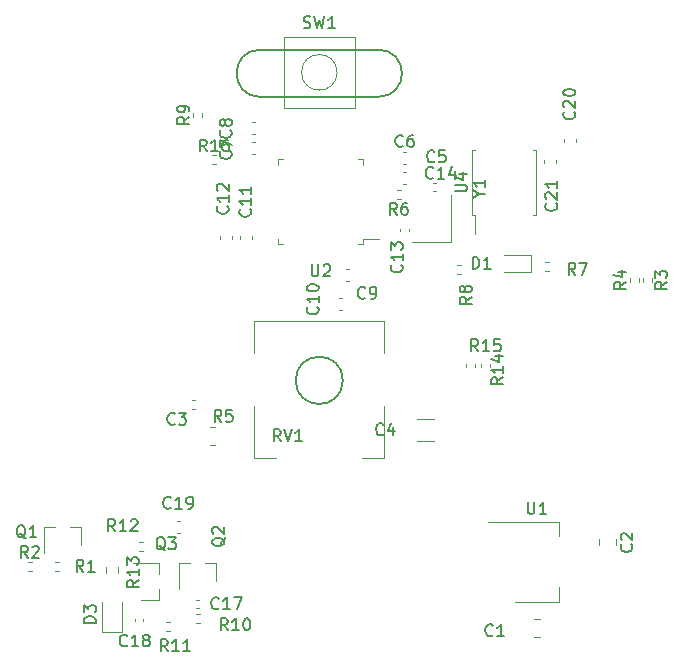
<source format=gbr>
%TF.GenerationSoftware,KiCad,Pcbnew,(5.1.9)-1*%
%TF.CreationDate,2024-04-03T16:53:24+03:00*%
%TF.ProjectId,jantteri_left,6a616e74-7465-4726-995f-6c6566742e6b,rev?*%
%TF.SameCoordinates,Original*%
%TF.FileFunction,Legend,Top*%
%TF.FilePolarity,Positive*%
%FSLAX46Y46*%
G04 Gerber Fmt 4.6, Leading zero omitted, Abs format (unit mm)*
G04 Created by KiCad (PCBNEW (5.1.9)-1) date 2024-04-03 16:53:24*
%MOMM*%
%LPD*%
G01*
G04 APERTURE LIST*
%ADD10C,0.200000*%
%ADD11C,0.120000*%
%ADD12C,0.150000*%
G04 APERTURE END LIST*
D10*
X162530999Y-68526393D02*
G75*
G03*
X162530999Y-68526393I-2000000J0D01*
G01*
X155531000Y-44526393D02*
X165530999Y-44526393D01*
X155531000Y-44526393D02*
G75*
G02*
X155531000Y-40526393I0J2000000D01*
G01*
X165530999Y-40526393D02*
X155531000Y-40526393D01*
X165530999Y-40526393D02*
G75*
G02*
X165530999Y-44526393I0J-2000000D01*
G01*
D11*
%TO.C,SW1*%
X157533999Y-39447386D02*
X157533999Y-45447386D01*
X157533999Y-45447386D02*
X163533999Y-45447386D01*
X163533999Y-45447386D02*
X163533999Y-39447386D01*
X163533999Y-39447386D02*
X157533999Y-39447386D01*
X162038999Y-42447386D02*
G75*
G03*
X162038999Y-42447386I-1505000J0D01*
G01*
%TO.C,U2*%
X164267999Y-56573393D02*
X165557999Y-56573393D01*
X164267999Y-57023393D02*
X164267999Y-56573393D01*
X163817999Y-57023393D02*
X164267999Y-57023393D01*
X157047999Y-57023393D02*
X157047999Y-56573393D01*
X157497999Y-57023393D02*
X157047999Y-57023393D01*
X164267999Y-49803393D02*
X164267999Y-50253393D01*
X163817999Y-49803393D02*
X164267999Y-49803393D01*
X157047999Y-49803393D02*
X157047999Y-50253393D01*
X157497999Y-49803393D02*
X157047999Y-49803393D01*
%TO.C,C4*%
X170259251Y-71807393D02*
X168836747Y-71807393D01*
X170259251Y-73627393D02*
X168836747Y-73627393D01*
%TO.C,C5*%
X167629419Y-51891393D02*
X167910579Y-51891393D01*
X167629419Y-50871393D02*
X167910579Y-50871393D01*
%TO.C,C6*%
X167629419Y-50240393D02*
X167910579Y-50240393D01*
X167629419Y-49220393D02*
X167910579Y-49220393D01*
%TO.C,C7*%
X155083579Y-49351393D02*
X154802419Y-49351393D01*
X155083579Y-48331393D02*
X154802419Y-48331393D01*
%TO.C,C8*%
X155083579Y-46680393D02*
X154802419Y-46680393D01*
X155083579Y-47700393D02*
X154802419Y-47700393D01*
%TO.C,C9*%
X163084579Y-60146393D02*
X162803419Y-60146393D01*
X163084579Y-59126393D02*
X162803419Y-59126393D01*
%TO.C,C10*%
X162449579Y-61539393D02*
X162168419Y-61539393D01*
X162449579Y-62559393D02*
X162168419Y-62559393D01*
%TO.C,C11*%
X153797999Y-56588973D02*
X153797999Y-56307813D01*
X154817999Y-56588973D02*
X154817999Y-56307813D01*
%TO.C,C12*%
X152146999Y-56588973D02*
X152146999Y-56307813D01*
X153166999Y-56588973D02*
X153166999Y-56307813D01*
%TO.C,C13*%
X167409999Y-55690557D02*
X167409999Y-55906229D01*
X168129999Y-55690557D02*
X168129999Y-55906229D01*
%TO.C,C14*%
X170202163Y-52503393D02*
X170417835Y-52503393D01*
X170202163Y-51783393D02*
X170417835Y-51783393D01*
%TO.C,C1*%
X178684747Y-90216393D02*
X179207251Y-90216393D01*
X178684747Y-88746393D02*
X179207251Y-88746393D01*
%TO.C,C2*%
X184179999Y-81981141D02*
X184179999Y-82503645D01*
X185649999Y-81981141D02*
X185649999Y-82503645D01*
%TO.C,D1*%
X178500499Y-57885393D02*
X176215499Y-57885393D01*
X178500499Y-59355393D02*
X178500499Y-57885393D01*
X176215499Y-59355393D02*
X178500499Y-59355393D01*
%TO.C,R6*%
X167108358Y-52398393D02*
X167415640Y-52398393D01*
X167108358Y-53158393D02*
X167415640Y-53158393D01*
%TO.C,R7*%
X179988640Y-59254393D02*
X179681358Y-59254393D01*
X179988640Y-58494393D02*
X179681358Y-58494393D01*
%TO.C,R8*%
X172186358Y-58748393D02*
X172493640Y-58748393D01*
X172186358Y-59508393D02*
X172493640Y-59508393D01*
%TO.C,R9*%
X150623999Y-46199034D02*
X150623999Y-45891752D01*
X149863999Y-46199034D02*
X149863999Y-45891752D01*
%TO.C,R5*%
X151286935Y-73960393D02*
X151741063Y-73960393D01*
X151286935Y-72490393D02*
X151741063Y-72490393D01*
%TO.C,U1*%
X174845999Y-80483393D02*
X180855999Y-80483393D01*
X177095999Y-87303393D02*
X180855999Y-87303393D01*
X180855999Y-80483393D02*
X180855999Y-81743393D01*
X180855999Y-87303393D02*
X180855999Y-86043393D01*
%TO.C,Y1*%
X171705999Y-56810393D02*
X171705999Y-52810393D01*
X168405999Y-56810393D02*
X171705999Y-56810393D01*
%TO.C,C3*%
X149970835Y-70918393D02*
X149755163Y-70918393D01*
X149970835Y-70198393D02*
X149755163Y-70198393D01*
%TO.C,C17*%
X150351835Y-87089393D02*
X150136163Y-87089393D01*
X150351835Y-87809393D02*
X150136163Y-87809393D01*
%TO.C,C18*%
X144930999Y-88926229D02*
X144930999Y-88710557D01*
X145650999Y-88926229D02*
X145650999Y-88710557D01*
%TO.C,C19*%
X148733579Y-81482393D02*
X148452419Y-81482393D01*
X148733579Y-80462393D02*
X148452419Y-80462393D01*
%TO.C,D3*%
X142154999Y-89838393D02*
X143854999Y-89838393D01*
X143854999Y-89838393D02*
X143854999Y-87288393D01*
X142154999Y-89838393D02*
X142154999Y-87288393D01*
%TO.C,Q1*%
X140393999Y-80974393D02*
X139463999Y-80974393D01*
X137233999Y-80974393D02*
X138163999Y-80974393D01*
X137233999Y-80974393D02*
X137233999Y-83134393D01*
X140393999Y-80974393D02*
X140393999Y-82434393D01*
%TO.C,Q2*%
X151823999Y-84022393D02*
X150893999Y-84022393D01*
X148663999Y-84022393D02*
X149593999Y-84022393D01*
X148663999Y-84022393D02*
X148663999Y-86182393D01*
X151823999Y-84022393D02*
X151823999Y-85482393D01*
%TO.C,Q3*%
X146939999Y-87124393D02*
X145479999Y-87124393D01*
X146939999Y-83964393D02*
X144779999Y-83964393D01*
X146939999Y-83964393D02*
X146939999Y-84894393D01*
X146939999Y-87124393D02*
X146939999Y-86194393D01*
%TO.C,R1*%
X138152358Y-83894393D02*
X138459640Y-83894393D01*
X138152358Y-84654393D02*
X138459640Y-84654393D01*
%TO.C,R2*%
X135866358Y-84654393D02*
X136173640Y-84654393D01*
X135866358Y-83894393D02*
X136173640Y-83894393D01*
%TO.C,R3*%
X188723999Y-59863752D02*
X188723999Y-60171034D01*
X187963999Y-59863752D02*
X187963999Y-60171034D01*
%TO.C,R4*%
X187580999Y-60171034D02*
X187580999Y-59863752D01*
X186820999Y-60171034D02*
X186820999Y-59863752D01*
%TO.C,R10*%
X150090358Y-89099393D02*
X150397640Y-89099393D01*
X150090358Y-88339393D02*
X150397640Y-88339393D01*
%TO.C,R11*%
X147550358Y-88974393D02*
X147857640Y-88974393D01*
X147550358Y-89734393D02*
X147857640Y-89734393D01*
%TO.C,R12*%
X145264358Y-82243393D02*
X145571640Y-82243393D01*
X145264358Y-83003393D02*
X145571640Y-83003393D01*
%TO.C,R13*%
X142482499Y-84829651D02*
X142482499Y-84355135D01*
X143527499Y-84829651D02*
X143527499Y-84355135D01*
%TO.C,RV1*%
X165986399Y-75063193D02*
X164166399Y-75063193D01*
X155046399Y-63473193D02*
X155046399Y-66193193D01*
X165986399Y-63473193D02*
X155046399Y-63473193D01*
X156866399Y-75063193D02*
X155046399Y-75063193D01*
X155046399Y-70693193D02*
X155046399Y-75063193D01*
X165986399Y-70693193D02*
X165986399Y-75063193D01*
X165986399Y-63473193D02*
X165986399Y-66193193D01*
%TO.C,C20*%
X182249999Y-48333973D02*
X182249999Y-48052813D01*
X181229999Y-48333973D02*
X181229999Y-48052813D01*
%TO.C,C21*%
X180598999Y-49843813D02*
X180598999Y-50124973D01*
X179578999Y-49843813D02*
X179578999Y-50124973D01*
%TO.C,U4*%
X178876999Y-51762393D02*
X178876999Y-49037393D01*
X178876999Y-49037393D02*
X178616999Y-49037393D01*
X178876999Y-51762393D02*
X178876999Y-54487393D01*
X178876999Y-54487393D02*
X178616999Y-54487393D01*
X173426999Y-51762393D02*
X173426999Y-49037393D01*
X173426999Y-49037393D02*
X173686999Y-49037393D01*
X173426999Y-51762393D02*
X173426999Y-54487393D01*
X173426999Y-54487393D02*
X173686999Y-54487393D01*
X173686999Y-54487393D02*
X173686999Y-56162393D01*
%TO.C,R14*%
X173737999Y-67408034D02*
X173737999Y-67100752D01*
X172977999Y-67408034D02*
X172977999Y-67100752D01*
%TO.C,R15*%
X175007999Y-67408034D02*
X175007999Y-67100752D01*
X174247999Y-67408034D02*
X174247999Y-67100752D01*
%TO.C,R16*%
X151487358Y-49477393D02*
X151794640Y-49477393D01*
X151487358Y-50237393D02*
X151794640Y-50237393D01*
%TO.C,SW1*%
D12*
X159200665Y-38652147D02*
X159343522Y-38699766D01*
X159581618Y-38699766D01*
X159676856Y-38652147D01*
X159724475Y-38604528D01*
X159772094Y-38509290D01*
X159772094Y-38414052D01*
X159724475Y-38318814D01*
X159676856Y-38271195D01*
X159581618Y-38223576D01*
X159391141Y-38175957D01*
X159295903Y-38128338D01*
X159248284Y-38080719D01*
X159200665Y-37985481D01*
X159200665Y-37890243D01*
X159248284Y-37795005D01*
X159295903Y-37747386D01*
X159391141Y-37699766D01*
X159629237Y-37699766D01*
X159772094Y-37747386D01*
X160105427Y-37699766D02*
X160343522Y-38699766D01*
X160533999Y-37985481D01*
X160724475Y-38699766D01*
X160962570Y-37699766D01*
X161867332Y-38699766D02*
X161295903Y-38699766D01*
X161581618Y-38699766D02*
X161581618Y-37699766D01*
X161486379Y-37842624D01*
X161391141Y-37937862D01*
X161295903Y-37985481D01*
%TO.C,U2*%
X159896094Y-58715773D02*
X159896094Y-59525297D01*
X159943713Y-59620535D01*
X159991332Y-59668154D01*
X160086570Y-59715773D01*
X160277046Y-59715773D01*
X160372284Y-59668154D01*
X160419903Y-59620535D01*
X160467522Y-59525297D01*
X160467522Y-58715773D01*
X160896094Y-58811012D02*
X160943713Y-58763393D01*
X161038951Y-58715773D01*
X161277046Y-58715773D01*
X161372284Y-58763393D01*
X161419903Y-58811012D01*
X161467522Y-58906250D01*
X161467522Y-59001488D01*
X161419903Y-59144345D01*
X160848475Y-59715773D01*
X161467522Y-59715773D01*
%TO.C,C4*%
X165952332Y-73074535D02*
X165904713Y-73122154D01*
X165761856Y-73169773D01*
X165666618Y-73169773D01*
X165523760Y-73122154D01*
X165428522Y-73026916D01*
X165380903Y-72931678D01*
X165333284Y-72741202D01*
X165333284Y-72598345D01*
X165380903Y-72407869D01*
X165428522Y-72312631D01*
X165523760Y-72217393D01*
X165666618Y-72169773D01*
X165761856Y-72169773D01*
X165904713Y-72217393D01*
X165952332Y-72265012D01*
X166809475Y-72503107D02*
X166809475Y-73169773D01*
X166571379Y-72122154D02*
X166333284Y-72836440D01*
X166952332Y-72836440D01*
%TO.C,C5*%
X170270332Y-49960535D02*
X170222713Y-50008154D01*
X170079856Y-50055773D01*
X169984618Y-50055773D01*
X169841760Y-50008154D01*
X169746522Y-49912916D01*
X169698903Y-49817678D01*
X169651284Y-49627202D01*
X169651284Y-49484345D01*
X169698903Y-49293869D01*
X169746522Y-49198631D01*
X169841760Y-49103393D01*
X169984618Y-49055773D01*
X170079856Y-49055773D01*
X170222713Y-49103393D01*
X170270332Y-49151012D01*
X171175094Y-49055773D02*
X170698903Y-49055773D01*
X170651284Y-49531964D01*
X170698903Y-49484345D01*
X170794141Y-49436726D01*
X171032237Y-49436726D01*
X171127475Y-49484345D01*
X171175094Y-49531964D01*
X171222713Y-49627202D01*
X171222713Y-49865297D01*
X171175094Y-49960535D01*
X171127475Y-50008154D01*
X171032237Y-50055773D01*
X170794141Y-50055773D01*
X170698903Y-50008154D01*
X170651284Y-49960535D01*
%TO.C,C6*%
X167603332Y-48657535D02*
X167555713Y-48705154D01*
X167412856Y-48752773D01*
X167317618Y-48752773D01*
X167174760Y-48705154D01*
X167079522Y-48609916D01*
X167031903Y-48514678D01*
X166984284Y-48324202D01*
X166984284Y-48181345D01*
X167031903Y-47990869D01*
X167079522Y-47895631D01*
X167174760Y-47800393D01*
X167317618Y-47752773D01*
X167412856Y-47752773D01*
X167555713Y-47800393D01*
X167603332Y-47848012D01*
X168460475Y-47752773D02*
X168269999Y-47752773D01*
X168174760Y-47800393D01*
X168127141Y-47848012D01*
X168031903Y-47990869D01*
X167984284Y-48181345D01*
X167984284Y-48562297D01*
X168031903Y-48657535D01*
X168079522Y-48705154D01*
X168174760Y-48752773D01*
X168365237Y-48752773D01*
X168460475Y-48705154D01*
X168508094Y-48657535D01*
X168555713Y-48562297D01*
X168555713Y-48324202D01*
X168508094Y-48228964D01*
X168460475Y-48181345D01*
X168365237Y-48133726D01*
X168174760Y-48133726D01*
X168079522Y-48181345D01*
X168031903Y-48228964D01*
X167984284Y-48324202D01*
%TO.C,C7*%
X153014141Y-49135059D02*
X153061760Y-49182678D01*
X153109379Y-49325535D01*
X153109379Y-49420773D01*
X153061760Y-49563631D01*
X152966522Y-49658869D01*
X152871284Y-49706488D01*
X152680808Y-49754107D01*
X152537951Y-49754107D01*
X152347475Y-49706488D01*
X152252237Y-49658869D01*
X152156999Y-49563631D01*
X152109379Y-49420773D01*
X152109379Y-49325535D01*
X152156999Y-49182678D01*
X152204618Y-49135059D01*
X152109379Y-48801726D02*
X152109379Y-48135059D01*
X153109379Y-48563631D01*
%TO.C,C8*%
X153014141Y-47357059D02*
X153061760Y-47404678D01*
X153109379Y-47547535D01*
X153109379Y-47642773D01*
X153061760Y-47785631D01*
X152966522Y-47880869D01*
X152871284Y-47928488D01*
X152680808Y-47976107D01*
X152537951Y-47976107D01*
X152347475Y-47928488D01*
X152252237Y-47880869D01*
X152156999Y-47785631D01*
X152109379Y-47642773D01*
X152109379Y-47547535D01*
X152156999Y-47404678D01*
X152204618Y-47357059D01*
X152537951Y-46785631D02*
X152490332Y-46880869D01*
X152442713Y-46928488D01*
X152347475Y-46976107D01*
X152299856Y-46976107D01*
X152204618Y-46928488D01*
X152156999Y-46880869D01*
X152109379Y-46785631D01*
X152109379Y-46595154D01*
X152156999Y-46499916D01*
X152204618Y-46452297D01*
X152299856Y-46404678D01*
X152347475Y-46404678D01*
X152442713Y-46452297D01*
X152490332Y-46499916D01*
X152537951Y-46595154D01*
X152537951Y-46785631D01*
X152585570Y-46880869D01*
X152633189Y-46928488D01*
X152728427Y-46976107D01*
X152918903Y-46976107D01*
X153014141Y-46928488D01*
X153061760Y-46880869D01*
X153109379Y-46785631D01*
X153109379Y-46595154D01*
X153061760Y-46499916D01*
X153014141Y-46452297D01*
X152918903Y-46404678D01*
X152728427Y-46404678D01*
X152633189Y-46452297D01*
X152585570Y-46499916D01*
X152537951Y-46595154D01*
%TO.C,C9*%
X164415332Y-61517535D02*
X164367713Y-61565154D01*
X164224856Y-61612773D01*
X164129618Y-61612773D01*
X163986760Y-61565154D01*
X163891522Y-61469916D01*
X163843903Y-61374678D01*
X163796284Y-61184202D01*
X163796284Y-61041345D01*
X163843903Y-60850869D01*
X163891522Y-60755631D01*
X163986760Y-60660393D01*
X164129618Y-60612773D01*
X164224856Y-60612773D01*
X164367713Y-60660393D01*
X164415332Y-60708012D01*
X164891522Y-61612773D02*
X165081999Y-61612773D01*
X165177237Y-61565154D01*
X165224856Y-61517535D01*
X165320094Y-61374678D01*
X165367713Y-61184202D01*
X165367713Y-60803250D01*
X165320094Y-60708012D01*
X165272475Y-60660393D01*
X165177237Y-60612773D01*
X164986760Y-60612773D01*
X164891522Y-60660393D01*
X164843903Y-60708012D01*
X164796284Y-60803250D01*
X164796284Y-61041345D01*
X164843903Y-61136583D01*
X164891522Y-61184202D01*
X164986760Y-61231821D01*
X165177237Y-61231821D01*
X165272475Y-61184202D01*
X165320094Y-61136583D01*
X165367713Y-61041345D01*
%TO.C,C10*%
X160380141Y-62311250D02*
X160427760Y-62358869D01*
X160475379Y-62501726D01*
X160475379Y-62596964D01*
X160427760Y-62739821D01*
X160332522Y-62835059D01*
X160237284Y-62882678D01*
X160046808Y-62930297D01*
X159903951Y-62930297D01*
X159713475Y-62882678D01*
X159618237Y-62835059D01*
X159522999Y-62739821D01*
X159475379Y-62596964D01*
X159475379Y-62501726D01*
X159522999Y-62358869D01*
X159570618Y-62311250D01*
X160475379Y-61358869D02*
X160475379Y-61930297D01*
X160475379Y-61644583D02*
X159475379Y-61644583D01*
X159618237Y-61739821D01*
X159713475Y-61835059D01*
X159761094Y-61930297D01*
X159475379Y-60739821D02*
X159475379Y-60644583D01*
X159522999Y-60549345D01*
X159570618Y-60501726D01*
X159665856Y-60454107D01*
X159856332Y-60406488D01*
X160094427Y-60406488D01*
X160284903Y-60454107D01*
X160380141Y-60501726D01*
X160427760Y-60549345D01*
X160475379Y-60644583D01*
X160475379Y-60739821D01*
X160427760Y-60835059D01*
X160380141Y-60882678D01*
X160284903Y-60930297D01*
X160094427Y-60977916D01*
X159856332Y-60977916D01*
X159665856Y-60930297D01*
X159570618Y-60882678D01*
X159522999Y-60835059D01*
X159475379Y-60739821D01*
%TO.C,C11*%
X154665141Y-54043250D02*
X154712760Y-54090869D01*
X154760379Y-54233726D01*
X154760379Y-54328964D01*
X154712760Y-54471821D01*
X154617522Y-54567059D01*
X154522284Y-54614678D01*
X154331808Y-54662297D01*
X154188951Y-54662297D01*
X153998475Y-54614678D01*
X153903237Y-54567059D01*
X153807999Y-54471821D01*
X153760379Y-54328964D01*
X153760379Y-54233726D01*
X153807999Y-54090869D01*
X153855618Y-54043250D01*
X154760379Y-53090869D02*
X154760379Y-53662297D01*
X154760379Y-53376583D02*
X153760379Y-53376583D01*
X153903237Y-53471821D01*
X153998475Y-53567059D01*
X154046094Y-53662297D01*
X154760379Y-52138488D02*
X154760379Y-52709916D01*
X154760379Y-52424202D02*
X153760379Y-52424202D01*
X153903237Y-52519440D01*
X153998475Y-52614678D01*
X154046094Y-52709916D01*
%TO.C,C12*%
X152760141Y-53789250D02*
X152807760Y-53836869D01*
X152855379Y-53979726D01*
X152855379Y-54074964D01*
X152807760Y-54217821D01*
X152712522Y-54313059D01*
X152617284Y-54360678D01*
X152426808Y-54408297D01*
X152283951Y-54408297D01*
X152093475Y-54360678D01*
X151998237Y-54313059D01*
X151902999Y-54217821D01*
X151855379Y-54074964D01*
X151855379Y-53979726D01*
X151902999Y-53836869D01*
X151950618Y-53789250D01*
X152855379Y-52836869D02*
X152855379Y-53408297D01*
X152855379Y-53122583D02*
X151855379Y-53122583D01*
X151998237Y-53217821D01*
X152093475Y-53313059D01*
X152141094Y-53408297D01*
X151950618Y-52455916D02*
X151902999Y-52408297D01*
X151855379Y-52313059D01*
X151855379Y-52074964D01*
X151902999Y-51979726D01*
X151950618Y-51932107D01*
X152045856Y-51884488D01*
X152141094Y-51884488D01*
X152283951Y-51932107D01*
X152855379Y-52503535D01*
X152855379Y-51884488D01*
%TO.C,C13*%
X167492141Y-58755250D02*
X167539760Y-58802869D01*
X167587379Y-58945726D01*
X167587379Y-59040964D01*
X167539760Y-59183821D01*
X167444522Y-59279059D01*
X167349284Y-59326678D01*
X167158808Y-59374297D01*
X167015951Y-59374297D01*
X166825475Y-59326678D01*
X166730237Y-59279059D01*
X166634999Y-59183821D01*
X166587379Y-59040964D01*
X166587379Y-58945726D01*
X166634999Y-58802869D01*
X166682618Y-58755250D01*
X167587379Y-57802869D02*
X167587379Y-58374297D01*
X167587379Y-58088583D02*
X166587379Y-58088583D01*
X166730237Y-58183821D01*
X166825475Y-58279059D01*
X166873094Y-58374297D01*
X166587379Y-57469535D02*
X166587379Y-56850488D01*
X166968332Y-57183821D01*
X166968332Y-57040964D01*
X167015951Y-56945726D01*
X167063570Y-56898107D01*
X167158808Y-56850488D01*
X167396903Y-56850488D01*
X167492141Y-56898107D01*
X167539760Y-56945726D01*
X167587379Y-57040964D01*
X167587379Y-57326678D01*
X167539760Y-57421916D01*
X167492141Y-57469535D01*
%TO.C,C14*%
X170175141Y-51357535D02*
X170127522Y-51405154D01*
X169984665Y-51452773D01*
X169889427Y-51452773D01*
X169746570Y-51405154D01*
X169651332Y-51309916D01*
X169603713Y-51214678D01*
X169556094Y-51024202D01*
X169556094Y-50881345D01*
X169603713Y-50690869D01*
X169651332Y-50595631D01*
X169746570Y-50500393D01*
X169889427Y-50452773D01*
X169984665Y-50452773D01*
X170127522Y-50500393D01*
X170175141Y-50548012D01*
X171127522Y-51452773D02*
X170556094Y-51452773D01*
X170841808Y-51452773D02*
X170841808Y-50452773D01*
X170746570Y-50595631D01*
X170651332Y-50690869D01*
X170556094Y-50738488D01*
X171984665Y-50786107D02*
X171984665Y-51452773D01*
X171746570Y-50405154D02*
X171508475Y-51119440D01*
X172127522Y-51119440D01*
%TO.C,C1*%
X175223332Y-90092535D02*
X175175713Y-90140154D01*
X175032856Y-90187773D01*
X174937618Y-90187773D01*
X174794760Y-90140154D01*
X174699522Y-90044916D01*
X174651903Y-89949678D01*
X174604284Y-89759202D01*
X174604284Y-89616345D01*
X174651903Y-89425869D01*
X174699522Y-89330631D01*
X174794760Y-89235393D01*
X174937618Y-89187773D01*
X175032856Y-89187773D01*
X175175713Y-89235393D01*
X175223332Y-89283012D01*
X176175713Y-90187773D02*
X175604284Y-90187773D01*
X175889999Y-90187773D02*
X175889999Y-89187773D01*
X175794760Y-89330631D01*
X175699522Y-89425869D01*
X175604284Y-89473488D01*
%TO.C,C2*%
X186952141Y-82409059D02*
X186999760Y-82456678D01*
X187047379Y-82599535D01*
X187047379Y-82694773D01*
X186999760Y-82837631D01*
X186904522Y-82932869D01*
X186809284Y-82980488D01*
X186618808Y-83028107D01*
X186475951Y-83028107D01*
X186285475Y-82980488D01*
X186190237Y-82932869D01*
X186094999Y-82837631D01*
X186047379Y-82694773D01*
X186047379Y-82599535D01*
X186094999Y-82456678D01*
X186142618Y-82409059D01*
X186142618Y-82028107D02*
X186094999Y-81980488D01*
X186047379Y-81885250D01*
X186047379Y-81647154D01*
X186094999Y-81551916D01*
X186142618Y-81504297D01*
X186237856Y-81456678D01*
X186333094Y-81456678D01*
X186475951Y-81504297D01*
X187047379Y-82075726D01*
X187047379Y-81456678D01*
%TO.C,D1*%
X173508903Y-59072773D02*
X173508903Y-58072773D01*
X173746999Y-58072773D01*
X173889856Y-58120393D01*
X173985094Y-58215631D01*
X174032713Y-58310869D01*
X174080332Y-58501345D01*
X174080332Y-58644202D01*
X174032713Y-58834678D01*
X173985094Y-58929916D01*
X173889856Y-59025154D01*
X173746999Y-59072773D01*
X173508903Y-59072773D01*
X175032713Y-59072773D02*
X174461284Y-59072773D01*
X174746999Y-59072773D02*
X174746999Y-58072773D01*
X174651760Y-58215631D01*
X174556522Y-58310869D01*
X174461284Y-58358488D01*
%TO.C,R6*%
X167095332Y-54500773D02*
X166761999Y-54024583D01*
X166523903Y-54500773D02*
X166523903Y-53500773D01*
X166904856Y-53500773D01*
X167000094Y-53548393D01*
X167047713Y-53596012D01*
X167095332Y-53691250D01*
X167095332Y-53834107D01*
X167047713Y-53929345D01*
X167000094Y-53976964D01*
X166904856Y-54024583D01*
X166523903Y-54024583D01*
X167952475Y-53500773D02*
X167761999Y-53500773D01*
X167666760Y-53548393D01*
X167619141Y-53596012D01*
X167523903Y-53738869D01*
X167476284Y-53929345D01*
X167476284Y-54310297D01*
X167523903Y-54405535D01*
X167571522Y-54453154D01*
X167666760Y-54500773D01*
X167857237Y-54500773D01*
X167952475Y-54453154D01*
X168000094Y-54405535D01*
X168047713Y-54310297D01*
X168047713Y-54072202D01*
X168000094Y-53976964D01*
X167952475Y-53929345D01*
X167857237Y-53881726D01*
X167666760Y-53881726D01*
X167571522Y-53929345D01*
X167523903Y-53976964D01*
X167476284Y-54072202D01*
%TO.C,R7*%
X182208332Y-59580773D02*
X181874999Y-59104583D01*
X181636903Y-59580773D02*
X181636903Y-58580773D01*
X182017856Y-58580773D01*
X182113094Y-58628393D01*
X182160713Y-58676012D01*
X182208332Y-58771250D01*
X182208332Y-58914107D01*
X182160713Y-59009345D01*
X182113094Y-59056964D01*
X182017856Y-59104583D01*
X181636903Y-59104583D01*
X182541665Y-58580773D02*
X183208332Y-58580773D01*
X182779760Y-59580773D01*
%TO.C,R8*%
X173427379Y-61454059D02*
X172951189Y-61787393D01*
X173427379Y-62025488D02*
X172427379Y-62025488D01*
X172427379Y-61644535D01*
X172474999Y-61549297D01*
X172522618Y-61501678D01*
X172617856Y-61454059D01*
X172760713Y-61454059D01*
X172855951Y-61501678D01*
X172903570Y-61549297D01*
X172951189Y-61644535D01*
X172951189Y-62025488D01*
X172855951Y-60882631D02*
X172808332Y-60977869D01*
X172760713Y-61025488D01*
X172665475Y-61073107D01*
X172617856Y-61073107D01*
X172522618Y-61025488D01*
X172474999Y-60977869D01*
X172427379Y-60882631D01*
X172427379Y-60692154D01*
X172474999Y-60596916D01*
X172522618Y-60549297D01*
X172617856Y-60501678D01*
X172665475Y-60501678D01*
X172760713Y-60549297D01*
X172808332Y-60596916D01*
X172855951Y-60692154D01*
X172855951Y-60882631D01*
X172903570Y-60977869D01*
X172951189Y-61025488D01*
X173046427Y-61073107D01*
X173236903Y-61073107D01*
X173332141Y-61025488D01*
X173379760Y-60977869D01*
X173427379Y-60882631D01*
X173427379Y-60692154D01*
X173379760Y-60596916D01*
X173332141Y-60549297D01*
X173236903Y-60501678D01*
X173046427Y-60501678D01*
X172951189Y-60549297D01*
X172903570Y-60596916D01*
X172855951Y-60692154D01*
%TO.C,R9*%
X149526379Y-46212059D02*
X149050189Y-46545393D01*
X149526379Y-46783488D02*
X148526379Y-46783488D01*
X148526379Y-46402535D01*
X148573999Y-46307297D01*
X148621618Y-46259678D01*
X148716856Y-46212059D01*
X148859713Y-46212059D01*
X148954951Y-46259678D01*
X149002570Y-46307297D01*
X149050189Y-46402535D01*
X149050189Y-46783488D01*
X149526379Y-45735869D02*
X149526379Y-45545393D01*
X149478760Y-45450154D01*
X149431141Y-45402535D01*
X149288284Y-45307297D01*
X149097808Y-45259678D01*
X148716856Y-45259678D01*
X148621618Y-45307297D01*
X148573999Y-45354916D01*
X148526379Y-45450154D01*
X148526379Y-45640631D01*
X148573999Y-45735869D01*
X148621618Y-45783488D01*
X148716856Y-45831107D01*
X148954951Y-45831107D01*
X149050189Y-45783488D01*
X149097808Y-45735869D01*
X149145427Y-45640631D01*
X149145427Y-45450154D01*
X149097808Y-45354916D01*
X149050189Y-45307297D01*
X148954951Y-45259678D01*
%TO.C,R5*%
X152236332Y-72026773D02*
X151902999Y-71550583D01*
X151664903Y-72026773D02*
X151664903Y-71026773D01*
X152045856Y-71026773D01*
X152141094Y-71074393D01*
X152188713Y-71122012D01*
X152236332Y-71217250D01*
X152236332Y-71360107D01*
X152188713Y-71455345D01*
X152141094Y-71502964D01*
X152045856Y-71550583D01*
X151664903Y-71550583D01*
X153141094Y-71026773D02*
X152664903Y-71026773D01*
X152617284Y-71502964D01*
X152664903Y-71455345D01*
X152760141Y-71407726D01*
X152998237Y-71407726D01*
X153093475Y-71455345D01*
X153141094Y-71502964D01*
X153188713Y-71598202D01*
X153188713Y-71836297D01*
X153141094Y-71931535D01*
X153093475Y-71979154D01*
X152998237Y-72026773D01*
X152760141Y-72026773D01*
X152664903Y-71979154D01*
X152617284Y-71931535D01*
%TO.C,U1*%
X178184094Y-78845773D02*
X178184094Y-79655297D01*
X178231713Y-79750535D01*
X178279332Y-79798154D01*
X178374570Y-79845773D01*
X178565046Y-79845773D01*
X178660284Y-79798154D01*
X178707903Y-79750535D01*
X178755522Y-79655297D01*
X178755522Y-78845773D01*
X179755522Y-79845773D02*
X179184094Y-79845773D01*
X179469808Y-79845773D02*
X179469808Y-78845773D01*
X179374570Y-78988631D01*
X179279332Y-79083869D01*
X179184094Y-79131488D01*
%TO.C,Y1*%
X174096189Y-52746583D02*
X174572379Y-52746583D01*
X173572379Y-53079916D02*
X174096189Y-52746583D01*
X173572379Y-52413250D01*
X174572379Y-51556107D02*
X174572379Y-52127535D01*
X174572379Y-51841821D02*
X173572379Y-51841821D01*
X173715237Y-51937059D01*
X173810475Y-52032297D01*
X173858094Y-52127535D01*
%TO.C,C3*%
X148299332Y-72185535D02*
X148251713Y-72233154D01*
X148108856Y-72280773D01*
X148013618Y-72280773D01*
X147870760Y-72233154D01*
X147775522Y-72137916D01*
X147727903Y-72042678D01*
X147680284Y-71852202D01*
X147680284Y-71709345D01*
X147727903Y-71518869D01*
X147775522Y-71423631D01*
X147870760Y-71328393D01*
X148013618Y-71280773D01*
X148108856Y-71280773D01*
X148251713Y-71328393D01*
X148299332Y-71376012D01*
X148632665Y-71280773D02*
X149251713Y-71280773D01*
X148918379Y-71661726D01*
X149061237Y-71661726D01*
X149156475Y-71709345D01*
X149204094Y-71756964D01*
X149251713Y-71852202D01*
X149251713Y-72090297D01*
X149204094Y-72185535D01*
X149156475Y-72233154D01*
X149061237Y-72280773D01*
X148775522Y-72280773D01*
X148680284Y-72233154D01*
X148632665Y-72185535D01*
%TO.C,C17*%
X152014141Y-87806535D02*
X151966522Y-87854154D01*
X151823665Y-87901773D01*
X151728427Y-87901773D01*
X151585570Y-87854154D01*
X151490332Y-87758916D01*
X151442713Y-87663678D01*
X151395094Y-87473202D01*
X151395094Y-87330345D01*
X151442713Y-87139869D01*
X151490332Y-87044631D01*
X151585570Y-86949393D01*
X151728427Y-86901773D01*
X151823665Y-86901773D01*
X151966522Y-86949393D01*
X152014141Y-86997012D01*
X152966522Y-87901773D02*
X152395094Y-87901773D01*
X152680808Y-87901773D02*
X152680808Y-86901773D01*
X152585570Y-87044631D01*
X152490332Y-87139869D01*
X152395094Y-87187488D01*
X153299856Y-86901773D02*
X153966522Y-86901773D01*
X153537951Y-87901773D01*
%TO.C,C18*%
X144267141Y-90953535D02*
X144219522Y-91001154D01*
X144076665Y-91048773D01*
X143981427Y-91048773D01*
X143838570Y-91001154D01*
X143743332Y-90905916D01*
X143695713Y-90810678D01*
X143648094Y-90620202D01*
X143648094Y-90477345D01*
X143695713Y-90286869D01*
X143743332Y-90191631D01*
X143838570Y-90096393D01*
X143981427Y-90048773D01*
X144076665Y-90048773D01*
X144219522Y-90096393D01*
X144267141Y-90144012D01*
X145219522Y-91048773D02*
X144648094Y-91048773D01*
X144933808Y-91048773D02*
X144933808Y-90048773D01*
X144838570Y-90191631D01*
X144743332Y-90286869D01*
X144648094Y-90334488D01*
X145790951Y-90477345D02*
X145695713Y-90429726D01*
X145648094Y-90382107D01*
X145600475Y-90286869D01*
X145600475Y-90239250D01*
X145648094Y-90144012D01*
X145695713Y-90096393D01*
X145790951Y-90048773D01*
X145981427Y-90048773D01*
X146076665Y-90096393D01*
X146124284Y-90144012D01*
X146171903Y-90239250D01*
X146171903Y-90286869D01*
X146124284Y-90382107D01*
X146076665Y-90429726D01*
X145981427Y-90477345D01*
X145790951Y-90477345D01*
X145695713Y-90524964D01*
X145648094Y-90572583D01*
X145600475Y-90667821D01*
X145600475Y-90858297D01*
X145648094Y-90953535D01*
X145695713Y-91001154D01*
X145790951Y-91048773D01*
X145981427Y-91048773D01*
X146076665Y-91001154D01*
X146124284Y-90953535D01*
X146171903Y-90858297D01*
X146171903Y-90667821D01*
X146124284Y-90572583D01*
X146076665Y-90524964D01*
X145981427Y-90477345D01*
%TO.C,C19*%
X147950141Y-79297535D02*
X147902522Y-79345154D01*
X147759665Y-79392773D01*
X147664427Y-79392773D01*
X147521570Y-79345154D01*
X147426332Y-79249916D01*
X147378713Y-79154678D01*
X147331094Y-78964202D01*
X147331094Y-78821345D01*
X147378713Y-78630869D01*
X147426332Y-78535631D01*
X147521570Y-78440393D01*
X147664427Y-78392773D01*
X147759665Y-78392773D01*
X147902522Y-78440393D01*
X147950141Y-78488012D01*
X148902522Y-79392773D02*
X148331094Y-79392773D01*
X148616808Y-79392773D02*
X148616808Y-78392773D01*
X148521570Y-78535631D01*
X148426332Y-78630869D01*
X148331094Y-78678488D01*
X149378713Y-79392773D02*
X149569189Y-79392773D01*
X149664427Y-79345154D01*
X149712046Y-79297535D01*
X149807284Y-79154678D01*
X149854903Y-78964202D01*
X149854903Y-78583250D01*
X149807284Y-78488012D01*
X149759665Y-78440393D01*
X149664427Y-78392773D01*
X149473951Y-78392773D01*
X149378713Y-78440393D01*
X149331094Y-78488012D01*
X149283475Y-78583250D01*
X149283475Y-78821345D01*
X149331094Y-78916583D01*
X149378713Y-78964202D01*
X149473951Y-79011821D01*
X149664427Y-79011821D01*
X149759665Y-78964202D01*
X149807284Y-78916583D01*
X149854903Y-78821345D01*
%TO.C,D3*%
X141607379Y-89076488D02*
X140607379Y-89076488D01*
X140607379Y-88838393D01*
X140654999Y-88695535D01*
X140750237Y-88600297D01*
X140845475Y-88552678D01*
X141035951Y-88505059D01*
X141178808Y-88505059D01*
X141369284Y-88552678D01*
X141464522Y-88600297D01*
X141559760Y-88695535D01*
X141607379Y-88838393D01*
X141607379Y-89076488D01*
X140607379Y-88171726D02*
X140607379Y-87552678D01*
X140988332Y-87886012D01*
X140988332Y-87743154D01*
X141035951Y-87647916D01*
X141083570Y-87600297D01*
X141178808Y-87552678D01*
X141416903Y-87552678D01*
X141512141Y-87600297D01*
X141559760Y-87647916D01*
X141607379Y-87743154D01*
X141607379Y-88028869D01*
X141559760Y-88124107D01*
X141512141Y-88171726D01*
%TO.C,Q1*%
X135670760Y-81901012D02*
X135575522Y-81853393D01*
X135480284Y-81758154D01*
X135337427Y-81615297D01*
X135242189Y-81567678D01*
X135146951Y-81567678D01*
X135194570Y-81805773D02*
X135099332Y-81758154D01*
X135004094Y-81662916D01*
X134956475Y-81472440D01*
X134956475Y-81139107D01*
X135004094Y-80948631D01*
X135099332Y-80853393D01*
X135194570Y-80805773D01*
X135385046Y-80805773D01*
X135480284Y-80853393D01*
X135575522Y-80948631D01*
X135623141Y-81139107D01*
X135623141Y-81472440D01*
X135575522Y-81662916D01*
X135480284Y-81758154D01*
X135385046Y-81805773D01*
X135194570Y-81805773D01*
X136575522Y-81805773D02*
X136004094Y-81805773D01*
X136289808Y-81805773D02*
X136289808Y-80805773D01*
X136194570Y-80948631D01*
X136099332Y-81043869D01*
X136004094Y-81091488D01*
%TO.C,Q2*%
X152569618Y-81829631D02*
X152521999Y-81924869D01*
X152426760Y-82020107D01*
X152283903Y-82162964D01*
X152236284Y-82258202D01*
X152236284Y-82353440D01*
X152474379Y-82305821D02*
X152426760Y-82401059D01*
X152331522Y-82496297D01*
X152141046Y-82543916D01*
X151807713Y-82543916D01*
X151617237Y-82496297D01*
X151521999Y-82401059D01*
X151474379Y-82305821D01*
X151474379Y-82115345D01*
X151521999Y-82020107D01*
X151617237Y-81924869D01*
X151807713Y-81877250D01*
X152141046Y-81877250D01*
X152331522Y-81924869D01*
X152426760Y-82020107D01*
X152474379Y-82115345D01*
X152474379Y-82305821D01*
X151569618Y-81496297D02*
X151521999Y-81448678D01*
X151474379Y-81353440D01*
X151474379Y-81115345D01*
X151521999Y-81020107D01*
X151569618Y-80972488D01*
X151664856Y-80924869D01*
X151760094Y-80924869D01*
X151902951Y-80972488D01*
X152474379Y-81543916D01*
X152474379Y-80924869D01*
%TO.C,Q3*%
X147481760Y-82917012D02*
X147386522Y-82869393D01*
X147291284Y-82774154D01*
X147148427Y-82631297D01*
X147053189Y-82583678D01*
X146957951Y-82583678D01*
X147005570Y-82821773D02*
X146910332Y-82774154D01*
X146815094Y-82678916D01*
X146767475Y-82488440D01*
X146767475Y-82155107D01*
X146815094Y-81964631D01*
X146910332Y-81869393D01*
X147005570Y-81821773D01*
X147196046Y-81821773D01*
X147291284Y-81869393D01*
X147386522Y-81964631D01*
X147434141Y-82155107D01*
X147434141Y-82488440D01*
X147386522Y-82678916D01*
X147291284Y-82774154D01*
X147196046Y-82821773D01*
X147005570Y-82821773D01*
X147767475Y-81821773D02*
X148386522Y-81821773D01*
X148053189Y-82202726D01*
X148196046Y-82202726D01*
X148291284Y-82250345D01*
X148338903Y-82297964D01*
X148386522Y-82393202D01*
X148386522Y-82631297D01*
X148338903Y-82726535D01*
X148291284Y-82774154D01*
X148196046Y-82821773D01*
X147910332Y-82821773D01*
X147815094Y-82774154D01*
X147767475Y-82726535D01*
%TO.C,R1*%
X140552332Y-84726773D02*
X140218999Y-84250583D01*
X139980903Y-84726773D02*
X139980903Y-83726773D01*
X140361856Y-83726773D01*
X140457094Y-83774393D01*
X140504713Y-83822012D01*
X140552332Y-83917250D01*
X140552332Y-84060107D01*
X140504713Y-84155345D01*
X140457094Y-84202964D01*
X140361856Y-84250583D01*
X139980903Y-84250583D01*
X141504713Y-84726773D02*
X140933284Y-84726773D01*
X141218999Y-84726773D02*
X141218999Y-83726773D01*
X141123760Y-83869631D01*
X141028522Y-83964869D01*
X140933284Y-84012488D01*
%TO.C,R2*%
X135853332Y-83556773D02*
X135519999Y-83080583D01*
X135281903Y-83556773D02*
X135281903Y-82556773D01*
X135662856Y-82556773D01*
X135758094Y-82604393D01*
X135805713Y-82652012D01*
X135853332Y-82747250D01*
X135853332Y-82890107D01*
X135805713Y-82985345D01*
X135758094Y-83032964D01*
X135662856Y-83080583D01*
X135281903Y-83080583D01*
X136234284Y-82652012D02*
X136281903Y-82604393D01*
X136377141Y-82556773D01*
X136615237Y-82556773D01*
X136710475Y-82604393D01*
X136758094Y-82652012D01*
X136805713Y-82747250D01*
X136805713Y-82842488D01*
X136758094Y-82985345D01*
X136186665Y-83556773D01*
X136805713Y-83556773D01*
%TO.C,R3*%
X189966379Y-60184059D02*
X189490189Y-60517393D01*
X189966379Y-60755488D02*
X188966379Y-60755488D01*
X188966379Y-60374535D01*
X189013999Y-60279297D01*
X189061618Y-60231678D01*
X189156856Y-60184059D01*
X189299713Y-60184059D01*
X189394951Y-60231678D01*
X189442570Y-60279297D01*
X189490189Y-60374535D01*
X189490189Y-60755488D01*
X188966379Y-59850726D02*
X188966379Y-59231678D01*
X189347332Y-59565012D01*
X189347332Y-59422154D01*
X189394951Y-59326916D01*
X189442570Y-59279297D01*
X189537808Y-59231678D01*
X189775903Y-59231678D01*
X189871141Y-59279297D01*
X189918760Y-59326916D01*
X189966379Y-59422154D01*
X189966379Y-59707869D01*
X189918760Y-59803107D01*
X189871141Y-59850726D01*
%TO.C,R4*%
X186483379Y-60184059D02*
X186007189Y-60517393D01*
X186483379Y-60755488D02*
X185483379Y-60755488D01*
X185483379Y-60374535D01*
X185530999Y-60279297D01*
X185578618Y-60231678D01*
X185673856Y-60184059D01*
X185816713Y-60184059D01*
X185911951Y-60231678D01*
X185959570Y-60279297D01*
X186007189Y-60374535D01*
X186007189Y-60755488D01*
X185816713Y-59326916D02*
X186483379Y-59326916D01*
X185435760Y-59565012D02*
X186150046Y-59803107D01*
X186150046Y-59184059D01*
%TO.C,R10*%
X152776141Y-89679773D02*
X152442808Y-89203583D01*
X152204713Y-89679773D02*
X152204713Y-88679773D01*
X152585665Y-88679773D01*
X152680903Y-88727393D01*
X152728522Y-88775012D01*
X152776141Y-88870250D01*
X152776141Y-89013107D01*
X152728522Y-89108345D01*
X152680903Y-89155964D01*
X152585665Y-89203583D01*
X152204713Y-89203583D01*
X153728522Y-89679773D02*
X153157094Y-89679773D01*
X153442808Y-89679773D02*
X153442808Y-88679773D01*
X153347570Y-88822631D01*
X153252332Y-88917869D01*
X153157094Y-88965488D01*
X154347570Y-88679773D02*
X154442808Y-88679773D01*
X154538046Y-88727393D01*
X154585665Y-88775012D01*
X154633284Y-88870250D01*
X154680903Y-89060726D01*
X154680903Y-89298821D01*
X154633284Y-89489297D01*
X154585665Y-89584535D01*
X154538046Y-89632154D01*
X154442808Y-89679773D01*
X154347570Y-89679773D01*
X154252332Y-89632154D01*
X154204713Y-89584535D01*
X154157094Y-89489297D01*
X154109475Y-89298821D01*
X154109475Y-89060726D01*
X154157094Y-88870250D01*
X154204713Y-88775012D01*
X154252332Y-88727393D01*
X154347570Y-88679773D01*
%TO.C,R11*%
X147696141Y-91457773D02*
X147362808Y-90981583D01*
X147124713Y-91457773D02*
X147124713Y-90457773D01*
X147505665Y-90457773D01*
X147600903Y-90505393D01*
X147648522Y-90553012D01*
X147696141Y-90648250D01*
X147696141Y-90791107D01*
X147648522Y-90886345D01*
X147600903Y-90933964D01*
X147505665Y-90981583D01*
X147124713Y-90981583D01*
X148648522Y-91457773D02*
X148077094Y-91457773D01*
X148362808Y-91457773D02*
X148362808Y-90457773D01*
X148267570Y-90600631D01*
X148172332Y-90695869D01*
X148077094Y-90743488D01*
X149600903Y-91457773D02*
X149029475Y-91457773D01*
X149315189Y-91457773D02*
X149315189Y-90457773D01*
X149219951Y-90600631D01*
X149124713Y-90695869D01*
X149029475Y-90743488D01*
%TO.C,R12*%
X143251141Y-81297773D02*
X142917808Y-80821583D01*
X142679713Y-81297773D02*
X142679713Y-80297773D01*
X143060665Y-80297773D01*
X143155903Y-80345393D01*
X143203522Y-80393012D01*
X143251141Y-80488250D01*
X143251141Y-80631107D01*
X143203522Y-80726345D01*
X143155903Y-80773964D01*
X143060665Y-80821583D01*
X142679713Y-80821583D01*
X144203522Y-81297773D02*
X143632094Y-81297773D01*
X143917808Y-81297773D02*
X143917808Y-80297773D01*
X143822570Y-80440631D01*
X143727332Y-80535869D01*
X143632094Y-80583488D01*
X144584475Y-80393012D02*
X144632094Y-80345393D01*
X144727332Y-80297773D01*
X144965427Y-80297773D01*
X145060665Y-80345393D01*
X145108284Y-80393012D01*
X145155903Y-80488250D01*
X145155903Y-80583488D01*
X145108284Y-80726345D01*
X144536856Y-81297773D01*
X145155903Y-81297773D01*
%TO.C,R13*%
X145235379Y-85425250D02*
X144759189Y-85758583D01*
X145235379Y-85996678D02*
X144235379Y-85996678D01*
X144235379Y-85615726D01*
X144282999Y-85520488D01*
X144330618Y-85472869D01*
X144425856Y-85425250D01*
X144568713Y-85425250D01*
X144663951Y-85472869D01*
X144711570Y-85520488D01*
X144759189Y-85615726D01*
X144759189Y-85996678D01*
X145235379Y-84472869D02*
X145235379Y-85044297D01*
X145235379Y-84758583D02*
X144235379Y-84758583D01*
X144378237Y-84853821D01*
X144473475Y-84949059D01*
X144521094Y-85044297D01*
X144235379Y-84139535D02*
X144235379Y-83520488D01*
X144616332Y-83853821D01*
X144616332Y-83710964D01*
X144663951Y-83615726D01*
X144711570Y-83568107D01*
X144806808Y-83520488D01*
X145044903Y-83520488D01*
X145140141Y-83568107D01*
X145187760Y-83615726D01*
X145235379Y-83710964D01*
X145235379Y-83996678D01*
X145187760Y-84091916D01*
X145140141Y-84139535D01*
%TO.C,RV1*%
X157268760Y-73677773D02*
X156935427Y-73201583D01*
X156697332Y-73677773D02*
X156697332Y-72677773D01*
X157078284Y-72677773D01*
X157173522Y-72725393D01*
X157221141Y-72773012D01*
X157268760Y-72868250D01*
X157268760Y-73011107D01*
X157221141Y-73106345D01*
X157173522Y-73153964D01*
X157078284Y-73201583D01*
X156697332Y-73201583D01*
X157554475Y-72677773D02*
X157887808Y-73677773D01*
X158221141Y-72677773D01*
X159078284Y-73677773D02*
X158506856Y-73677773D01*
X158792570Y-73677773D02*
X158792570Y-72677773D01*
X158697332Y-72820631D01*
X158602094Y-72915869D01*
X158506856Y-72963488D01*
%TO.C,C20*%
X182097141Y-45788250D02*
X182144760Y-45835869D01*
X182192379Y-45978726D01*
X182192379Y-46073964D01*
X182144760Y-46216821D01*
X182049522Y-46312059D01*
X181954284Y-46359678D01*
X181763808Y-46407297D01*
X181620951Y-46407297D01*
X181430475Y-46359678D01*
X181335237Y-46312059D01*
X181239999Y-46216821D01*
X181192379Y-46073964D01*
X181192379Y-45978726D01*
X181239999Y-45835869D01*
X181287618Y-45788250D01*
X181287618Y-45407297D02*
X181239999Y-45359678D01*
X181192379Y-45264440D01*
X181192379Y-45026345D01*
X181239999Y-44931107D01*
X181287618Y-44883488D01*
X181382856Y-44835869D01*
X181478094Y-44835869D01*
X181620951Y-44883488D01*
X182192379Y-45454916D01*
X182192379Y-44835869D01*
X181192379Y-44216821D02*
X181192379Y-44121583D01*
X181239999Y-44026345D01*
X181287618Y-43978726D01*
X181382856Y-43931107D01*
X181573332Y-43883488D01*
X181811427Y-43883488D01*
X182001903Y-43931107D01*
X182097141Y-43978726D01*
X182144760Y-44026345D01*
X182192379Y-44121583D01*
X182192379Y-44216821D01*
X182144760Y-44312059D01*
X182097141Y-44359678D01*
X182001903Y-44407297D01*
X181811427Y-44454916D01*
X181573332Y-44454916D01*
X181382856Y-44407297D01*
X181287618Y-44359678D01*
X181239999Y-44312059D01*
X181192379Y-44216821D01*
%TO.C,C21*%
X180573141Y-53548250D02*
X180620760Y-53595869D01*
X180668379Y-53738726D01*
X180668379Y-53833964D01*
X180620760Y-53976821D01*
X180525522Y-54072059D01*
X180430284Y-54119678D01*
X180239808Y-54167297D01*
X180096951Y-54167297D01*
X179906475Y-54119678D01*
X179811237Y-54072059D01*
X179715999Y-53976821D01*
X179668379Y-53833964D01*
X179668379Y-53738726D01*
X179715999Y-53595869D01*
X179763618Y-53548250D01*
X179763618Y-53167297D02*
X179715999Y-53119678D01*
X179668379Y-53024440D01*
X179668379Y-52786345D01*
X179715999Y-52691107D01*
X179763618Y-52643488D01*
X179858856Y-52595869D01*
X179954094Y-52595869D01*
X180096951Y-52643488D01*
X180668379Y-53214916D01*
X180668379Y-52595869D01*
X180668379Y-51643488D02*
X180668379Y-52214916D01*
X180668379Y-51929202D02*
X179668379Y-51929202D01*
X179811237Y-52024440D01*
X179906475Y-52119678D01*
X179954094Y-52214916D01*
%TO.C,U4*%
X172044379Y-52524297D02*
X172853903Y-52524297D01*
X172949141Y-52476678D01*
X172996760Y-52429059D01*
X173044379Y-52333821D01*
X173044379Y-52143345D01*
X172996760Y-52048107D01*
X172949141Y-52000488D01*
X172853903Y-51952869D01*
X172044379Y-51952869D01*
X172377713Y-51048107D02*
X173044379Y-51048107D01*
X171996760Y-51286202D02*
X172711046Y-51524297D01*
X172711046Y-50905250D01*
%TO.C,R14*%
X176096379Y-68278250D02*
X175620189Y-68611583D01*
X176096379Y-68849678D02*
X175096379Y-68849678D01*
X175096379Y-68468726D01*
X175143999Y-68373488D01*
X175191618Y-68325869D01*
X175286856Y-68278250D01*
X175429713Y-68278250D01*
X175524951Y-68325869D01*
X175572570Y-68373488D01*
X175620189Y-68468726D01*
X175620189Y-68849678D01*
X176096379Y-67325869D02*
X176096379Y-67897297D01*
X176096379Y-67611583D02*
X175096379Y-67611583D01*
X175239237Y-67706821D01*
X175334475Y-67802059D01*
X175382094Y-67897297D01*
X175429713Y-66468726D02*
X176096379Y-66468726D01*
X175048760Y-66706821D02*
X175763046Y-66944916D01*
X175763046Y-66325869D01*
%TO.C,R15*%
X173985141Y-66055773D02*
X173651808Y-65579583D01*
X173413713Y-66055773D02*
X173413713Y-65055773D01*
X173794665Y-65055773D01*
X173889903Y-65103393D01*
X173937522Y-65151012D01*
X173985141Y-65246250D01*
X173985141Y-65389107D01*
X173937522Y-65484345D01*
X173889903Y-65531964D01*
X173794665Y-65579583D01*
X173413713Y-65579583D01*
X174937522Y-66055773D02*
X174366094Y-66055773D01*
X174651808Y-66055773D02*
X174651808Y-65055773D01*
X174556570Y-65198631D01*
X174461332Y-65293869D01*
X174366094Y-65341488D01*
X175842284Y-65055773D02*
X175366094Y-65055773D01*
X175318475Y-65531964D01*
X175366094Y-65484345D01*
X175461332Y-65436726D01*
X175699427Y-65436726D01*
X175794665Y-65484345D01*
X175842284Y-65531964D01*
X175889903Y-65627202D01*
X175889903Y-65865297D01*
X175842284Y-65960535D01*
X175794665Y-66008154D01*
X175699427Y-66055773D01*
X175461332Y-66055773D01*
X175366094Y-66008154D01*
X175318475Y-65960535D01*
%TO.C,R16*%
X150998141Y-49139773D02*
X150664808Y-48663583D01*
X150426713Y-49139773D02*
X150426713Y-48139773D01*
X150807665Y-48139773D01*
X150902903Y-48187393D01*
X150950522Y-48235012D01*
X150998141Y-48330250D01*
X150998141Y-48473107D01*
X150950522Y-48568345D01*
X150902903Y-48615964D01*
X150807665Y-48663583D01*
X150426713Y-48663583D01*
X151950522Y-49139773D02*
X151379094Y-49139773D01*
X151664808Y-49139773D02*
X151664808Y-48139773D01*
X151569570Y-48282631D01*
X151474332Y-48377869D01*
X151379094Y-48425488D01*
X152807665Y-48139773D02*
X152617189Y-48139773D01*
X152521951Y-48187393D01*
X152474332Y-48235012D01*
X152379094Y-48377869D01*
X152331475Y-48568345D01*
X152331475Y-48949297D01*
X152379094Y-49044535D01*
X152426713Y-49092154D01*
X152521951Y-49139773D01*
X152712427Y-49139773D01*
X152807665Y-49092154D01*
X152855284Y-49044535D01*
X152902903Y-48949297D01*
X152902903Y-48711202D01*
X152855284Y-48615964D01*
X152807665Y-48568345D01*
X152712427Y-48520726D01*
X152521951Y-48520726D01*
X152426713Y-48568345D01*
X152379094Y-48615964D01*
X152331475Y-48711202D01*
%TD*%
M02*

</source>
